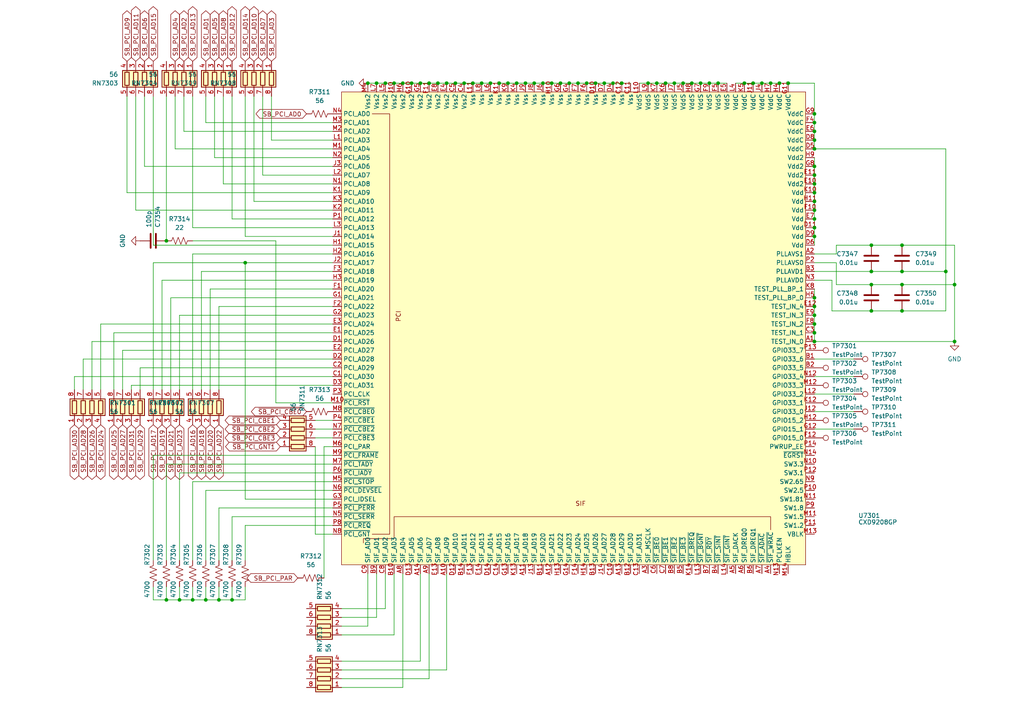
<source format=kicad_sch>
(kicad_sch (version 20231120) (generator "eeschema") (generator_version "8.0")
  (paper "A4")
  (lib_symbols
    (symbol "Connector:TestPoint" (pin_numbers hide) (pin_names (offset 0.762) hide)
      (property "Reference" "TP" (at 0 6.858 0))
      (property "Value" "TestPoint" (at 0 5.08 0))
      (symbol "TestPoint_0_1"
        (circle (center 0 3.302) (radius 0.762))
      )
      (symbol "TestPoint_1_1"
        (pin passive line (at 0 0 90) (length 2.54) (name "1") (number "1"))
      )
    )
    (symbol "Device:C" (pin_numbers hide) (pin_names (offset 0.254))
      (property "Reference" "C" (at 0.635 2.54 0))
      (property "Value" "C" (at 0.635 -2.54 0))
      (symbol "C_0_1"
        (polyline (pts (xy -2.032 -0.762) (xy 2.032 -0.762)) (stroke (width 0.508)))
        (polyline (pts (xy -2.032 0.762) (xy 2.032 0.762)) (stroke (width 0.508)))
      )
      (symbol "C_1_1"
        (pin passive line (at 0 3.81 270) (length 2.794) (name "~") (number "1"))
        (pin passive line (at 0 -3.81 90) (length 2.794) (name "~") (number "2"))
      )
    )
    (symbol "Device:R_Pack04" (pin_names (offset 0) hide)
      (property "Reference" "RN" (at -7.62 0 90))
      (property "Value" "R_Pack04" (at 5.08 0 90))
      (symbol "R_Pack04_0_1"
        (rectangle (start -6.35 -2.413) (end 3.81 2.413) (stroke (width 0.254)) (fill (type background)))
        (rectangle (start -5.715 1.905) (end -4.445 -1.905) (stroke (width 0.254)))
        (rectangle (start -3.175 1.905) (end -1.905 -1.905) (stroke (width 0.254)))
        (rectangle (start -0.635 1.905) (end 0.635 -1.905) (stroke (width 0.254)))
        (polyline (pts (xy -5.08 -2.54) (xy -5.08 -1.905)))
        (polyline (pts (xy -5.08 1.905) (xy -5.08 2.54)))
        (polyline (pts (xy -2.54 -2.54) (xy -2.54 -1.905)))
        (polyline (pts (xy -2.54 1.905) (xy -2.54 2.54)))
        (polyline (pts (xy 0 -2.54) (xy 0 -1.905)))
        (polyline (pts (xy 0 1.905) (xy 0 2.54)))
        (polyline (pts (xy 2.54 -2.54) (xy 2.54 -1.905)))
        (polyline (pts (xy 2.54 1.905) (xy 2.54 2.54)))
        (rectangle (start 1.905 1.905) (end 3.175 -1.905) (stroke (width 0.254)))
      )
      (symbol "R_Pack04_1_1"
        (pin passive line (at -5.08 -5.08 90) (length 2.54) (name "R1.1") (number "1"))
        (pin passive line (at -2.54 -5.08 90) (length 2.54) (name "R2.1") (number "2"))
        (pin passive line (at 0 -5.08 90) (length 2.54) (name "R3.1") (number "3"))
        (pin passive line (at 2.54 -5.08 90) (length 2.54) (name "R4.1") (number "4"))
        (pin passive line (at 2.54 5.08 270) (length 2.54) (name "R4.2") (number "5"))
        (pin passive line (at 0 5.08 270) (length 2.54) (name "R3.2") (number "6"))
        (pin passive line (at -2.54 5.08 270) (length 2.54) (name "R2.2") (number "7"))
        (pin passive line (at -5.08 5.08 270) (length 2.54) (name "R1.2") (number "8"))
      )
    )
    (symbol "Device:R_US" (pin_numbers hide) (pin_names (offset 0))
      (property "Reference" "R" (at 2.54 0 90))
      (property "Value" "R_US" (at -2.54 0 90))
      (symbol "R_US_0_1"
        (polyline (pts (xy 0 -2.286) (xy 0 -2.54)))
        (polyline (pts (xy 0 2.286) (xy 0 2.54)))
        (polyline (pts (xy 0 -0.762) (xy 1.016 -1.143) (xy 0 -1.524) (xy -1.016 -1.905) (xy 0 -2.286)))
        (polyline (pts (xy 0 0.762) (xy 1.016 0.381) (xy 0 0) (xy -1.016 -0.381) (xy 0 -0.762)))
        (polyline (pts (xy 0 2.286) (xy 1.016 1.905) (xy 0 1.524) (xy -1.016 1.143) (xy 0 0.762)))
      )
      (symbol "R_US_1_1"
        (pin passive line (at 0 3.81 270) (length 1.27) (name "~") (number "1"))
        (pin passive line (at 0 -3.81 90) (length 1.27) (name "~") (number "2"))
      )
    )
    (symbol "PS3:CXD9208"
      (property "Reference" "U" (at 0.254 -0.508 0))
      (symbol "CXD9208_0_1"
        (polyline (pts (xy -60.96 58.42) (xy -55.88 58.42) (xy -55.88 -63.5) (xy -60.96 -63.5)))
      )
      (symbol "CXD9208_1_1"
        (rectangle (start -69.85 64.77) (end 64.77 -72.39) (fill (type background)))
        (polyline (pts (xy -63.5 -66.04) (xy -63.5 -64.77) (xy -54.61 -64.77) (xy -54.61 -58.42) (xy 54.61 -58.42) (xy 54.61 -62.23)))
        (text "PCI" (at -53.34 -0.254 900) (effects (font (size 1.27 1.27))))
        (text "SIF" (at -0.508 -54.61 0) (effects (font (size 1.27 1.27))))
        (pin unspecified line (at 67.31 -7.62 180) (length 2.54) (name "TEST_IN_0") (number "A1"))
        (pin bidirectional line (at -39.37 -74.93 90) (length 2.54) (name "SIF_AD9") (number "A10"))
        (pin bidirectional line (at -16.51 -74.93 90) (length 2.54) (name "SIF_AD18") (number "A11"))
        (pin bidirectional line (at -8.89 -74.93 90) (length 2.54) (name "SIF_AD21") (number "A12"))
        (pin bidirectional line (at 11.43 -74.93 90) (length 2.54) (name "SIF_AD29") (number "A13"))
        (pin bidirectional line (at -46.99 -74.93 90) (length 2.54) (name "SIF_AD6") (number "A14"))
        (pin unspecified line (at 67.31 17.78 180) (length 2.54) (name "PLLAVS1") (number "A2"))
        (pin unspecified line (at 19.05 -74.93 90) (length 2.54) (name "SIF_MSCLK") (number "A3"))
        (pin unspecified line (at 54.61 -74.93 90) (length 2.54) (name "~{SIF_WRAC}") (number "A4"))
        (pin unspecified line (at 44.45 -74.93 90) (length 2.54) (name "SIF_DACK") (number "A5"))
        (pin unspecified line (at 46.99 -74.93 90) (length 2.54) (name "SIF_DREQ0") (number "A6"))
        (pin unspecified line (at 52.07 -74.93 90) (length 2.54) (name "~{SIF_ADAC}") (number "A7"))
        (pin bidirectional line (at -52.07 -74.93 90) (length 2.54) (name "SIF_AD4") (number "A8"))
        (pin bidirectional line (at -44.45 -74.93 90) (length 2.54) (name "SIF_AD7") (number "A9"))
        (pin unspecified line (at 67.31 -12.7 180) (length 2.54) (name "GPIO33_6") (number "B1"))
        (pin bidirectional line (at -54.61 -74.93 90) (length 2.54) (name "SIF_AD3") (number "B10"))
        (pin bidirectional line (at -11.43 -74.93 90) (length 2.54) (name "SIF_AD20") (number "B11"))
        (pin bidirectional line (at 13.97 -74.93 90) (length 2.54) (name "SIF_AD30") (number "B12"))
        (pin bidirectional line (at 3.81 -74.93 90) (length 2.54) (name "SIF_AD26") (number "B13"))
        (pin bidirectional line (at -34.29 -74.93 90) (length 2.54) (name "SIF_AD11") (number "B14"))
        (pin unspecified line (at 67.31 -15.24 180) (length 2.54) (name "GPIO33_5") (number "B2"))
        (pin unspecified line (at 67.31 12.7 180) (length 2.54) (name "PLLAVD1") (number "B3"))
        (pin unspecified line (at 39.37 -74.93 90) (length 2.54) (name "~{SIF_SINT}") (number "B4"))
        (pin unspecified line (at 29.21 -74.93 90) (length 2.54) (name "~{SIF_BE3}") (number "B5"))
        (pin unspecified line (at 49.53 -74.93 90) (length 2.54) (name "SIF_DREQ1") (number "B6"))
        (pin unspecified line (at 36.83 -74.93 90) (length 2.54) (name "~{SIF_RDY}") (number "B7"))
        (pin unspecified line (at 26.67 -74.93 90) (length 2.54) (name "~{SIF_BE2}") (number "B8"))
        (pin bidirectional line (at -59.69 -74.93 90) (length 2.54) (name "SIF_AD1") (number "B9"))
        (pin bidirectional line (at -72.39 -17.78 0) (length 2.54) (name "PCI_AD30") (number "C1"))
        (pin bidirectional line (at 8.89 -74.93 90) (length 2.54) (name "SIF_AD28") (number "C10"))
        (pin power_in line (at 13.97 67.31 270) (length 2.54) (name "Vss") (number "C11"))
        (pin power_in line (at 11.43 67.31 270) (length 2.54) (name "Vss") (number "C12"))
        (pin bidirectional line (at 16.51 -74.93 90) (length 2.54) (name "SIF_AD31") (number "C13"))
        (pin bidirectional line (at -24.13 -74.93 90) (length 2.54) (name "SIF_AD15") (number "C14"))
        (pin bidirectional line (at -72.39 -15.24 0) (length 2.54) (name "PCI_AD29") (number "C2"))
        (pin unspecified line (at 67.31 -5.08 180) (length 2.54) (name "TEST_IN_1") (number "C3"))
        (pin power_in line (at -34.29 67.31 270) (length 2.54) (name "Vss2") (number "C4"))
        (pin power_in line (at -36.83 67.31 270) (length 2.54) (name "Vss2") (number "C5"))
        (pin unspecified line (at 21.59 -74.93 90) (length 2.54) (name "~{SIF_BE0}") (number "C6"))
        (pin unspecified line (at 24.13 -74.93 90) (length 2.54) (name "~{SIF_BE1}") (number "C7"))
        (pin bidirectional line (at -57.15 -74.93 90) (length 2.54) (name "SIF_AD2") (number "C8"))
        (pin bidirectional line (at -62.23 -74.93 90) (length 2.54) (name "SIF_AD0") (number "C9"))
        (pin bidirectional line (at -72.39 -7.62 0) (length 2.54) (name "PCI_AD26") (number "D1"))
        (pin power_in line (at 3.81 67.31 270) (length 2.54) (name "Vss") (number "D10"))
        (pin power_in line (at 67.31 25.4 180) (length 2.54) (name "Vdd") (number "D11"))
        (pin bidirectional line (at -36.83 -74.93 90) (length 2.54) (name "SIF_AD10") (number "D12"))
        (pin bidirectional line (at -49.53 -74.93 90) (length 2.54) (name "SIF_AD5") (number "D13"))
        (pin bidirectional line (at -26.67 -74.93 90) (length 2.54) (name "SIF_AD14") (number "D14"))
        (pin bidirectional line (at -72.39 -12.7 0) (length 2.54) (name "PCI_AD28") (number "D2"))
        (pin bidirectional line (at -72.39 -20.32 0) (length 2.54) (name "PCI_AD31") (number "D3"))
        (pin power_in line (at 8.89 67.31 270) (length 2.54) (name "Vss") (number "D4"))
        (pin power_in line (at 67.31 48.26 180) (length 2.54) (name "VddC") (number "D5"))
        (pin power_in line (at 67.31 20.32 180) (length 2.54) (name "Vdd") (number "D6"))
        (pin power_in line (at 6.35 67.31 270) (length 2.54) (name "Vss") (number "D7"))
        (pin power_in line (at 67.31 50.8 180) (length 2.54) (name "VddC") (number "D8"))
        (pin power_in line (at 67.31 22.86 180) (length 2.54) (name "Vdd") (number "D9"))
        (pin bidirectional line (at -72.39 -5.08 0) (length 2.54) (name "PCI_AD25") (number "E1"))
        (pin power_in line (at 67.31 38.1 180) (length 2.54) (name "Vdd2") (number "E10"))
        (pin power_in line (at 67.31 40.64 180) (length 2.54) (name "Vdd2") (number "E11"))
        (pin unspecified line (at 67.31 2.54 180) (length 2.54) (name "TEST_IN_4") (number "E12"))
        (pin bidirectional line (at -41.91 -74.93 90) (length 2.54) (name "SIF_AD8") (number "E13"))
        (pin bidirectional line (at -29.21 -74.93 90) (length 2.54) (name "SIF_AD13") (number "E14"))
        (pin bidirectional line (at -72.39 -10.16 0) (length 2.54) (name "PCI_AD27") (number "E2"))
        (pin bidirectional line (at -72.39 -2.54 0) (length 2.54) (name "PCI_AD24") (number "E3"))
        (pin power_in line (at -39.37 67.31 270) (length 2.54) (name "Vss2") (number "E4"))
        (pin power_in line (at 41.91 67.31 270) (length 2.54) (name "VddS") (number "E5"))
        (pin power_in line (at 67.31 53.34 180) (length 2.54) (name "VddC") (number "E6"))
        (pin power_in line (at 67.31 27.94 180) (length 2.54) (name "Vdd") (number "E7"))
        (pin power_in line (at -41.91 67.31 270) (length 2.54) (name "Vss2") (number "E8"))
        (pin unspecified line (at 67.31 0 180) (length 2.54) (name "TEST_IN_3") (number "E9"))
        (pin bidirectional line (at -72.39 7.62 0) (length 2.54) (name "PCI_AD20") (number "F1"))
        (pin power_in line (at 67.31 30.48 180) (length 2.54) (name "Vdd") (number "F10"))
        (pin power_in line (at -44.45 67.31 270) (length 2.54) (name "Vss2") (number "F11"))
        (pin unspecified line (at 67.31 -35.56 180) (length 2.54) (name "GPIO15_0") (number "F12"))
        (pin bidirectional line (at -31.75 -74.93 90) (length 2.54) (name "SIF_AD12") (number "F13"))
        (pin bidirectional line (at -1.27 -74.93 90) (length 2.54) (name "SIF_AD24") (number "F14"))
        (pin bidirectional line (at -72.39 2.54 0) (length 2.54) (name "PCI_AD22") (number "F2"))
        (pin bidirectional line (at -72.39 12.7 0) (length 2.54) (name "PCI_AD18") (number "F3"))
        (pin power_in line (at 67.31 55.88 180) (length 2.54) (name "VddC") (number "F4"))
        (pin power_in line (at 39.37 67.31 270) (length 2.54) (name "VddS") (number "F5"))
        (pin power_in line (at 1.27 67.31 270) (length 2.54) (name "Vss") (number "F6"))
        (pin power_in line (at -1.27 67.31 270) (length 2.54) (name "Vss") (number "F7"))
        (pin unspecified line (at 67.31 -2.54 180) (length 2.54) (name "TEST_IN_2") (number "F8"))
        (pin power_in line (at 36.83 67.31 270) (length 2.54) (name "VddS") (number "F9"))
        (pin bidirectional line (at -72.39 5.08 0) (length 2.54) (name "PCI_AD21") (number "G1"))
        (pin power_in line (at -49.53 67.31 270) (length 2.54) (name "Vss2") (number "G10"))
        (pin power_in line (at 59.69 67.31 270) (length 2.54) (name "VddC") (number "G11"))
        (pin unspecified line (at 67.31 -33.02 180) (length 2.54) (name "GPIO15_1") (number "G12"))
        (pin bidirectional line (at -21.59 -74.93 90) (length 2.54) (name "SIF_AD16") (number "G13"))
        (pin bidirectional line (at -3.81 -74.93 90) (length 2.54) (name "SIF_AD23") (number "G14"))
        (pin bidirectional line (at -72.39 0 0) (length 2.54) (name "PCI_AD23") (number "G2"))
        (pin unspecified line (at -72.39 -53.34 0) (length 2.54) (name "PCI_IDSEL") (number "G3"))
        (pin power_in line (at -3.81 67.31 270) (length 2.54) (name "Vss") (number "G4"))
        (pin power_in line (at -46.99 67.31 270) (length 2.54) (name "Vss2") (number "G5"))
        (pin power_in line (at -6.35 67.31 270) (length 2.54) (name "Vss") (number "G6"))
        (pin power_in line (at 34.29 67.31 270) (length 2.54) (name "VddS") (number "G7"))
        (pin power_in line (at 67.31 43.18 180) (length 2.54) (name "Vdd2") (number "G8"))
        (pin power_in line (at 67.31 58.42 180) (length 2.54) (name "VddC") (number "G9"))
        (pin bidirectional line (at -72.39 20.32 0) (length 2.54) (name "PCI_AD15") (number "H1"))
        (pin power_in line (at -8.89 67.31 270) (length 2.54) (name "Vss") (number "H10"))
        (pin power_in line (at 67.31 33.02 180) (length 2.54) (name "Vdd") (number "H11"))
        (pin unspecified line (at 67.31 -30.48 180) (length 2.54) (name "GPIO15_2") (number "H12"))
        (pin bidirectional line (at -6.35 -74.93 90) (length 2.54) (name "SIF_AD22") (number "H13"))
        (pin bidirectional line (at 1.27 -74.93 90) (length 2.54) (name "SIF_AD25") (number "H14"))
        (pin bidirectional line (at -72.39 17.78 0) (length 2.54) (name "PCI_AD16") (number "H2"))
        (pin bidirectional line (at -72.39 10.16 0) (length 2.54) (name "PCI_AD19") (number "H3"))
        (pin power_in line (at 57.15 67.31 270) (length 2.54) (name "VddC") (number "H4"))
        (pin unspecified line (at 67.31 5.08 180) (length 2.54) (name "TEST_PLL_BP_0") (number "H5"))
        (pin power_in line (at -52.07 67.31 270) (length 2.54) (name "Vss2") (number "H6"))
        (pin power_in line (at 54.61 67.31 270) (length 2.54) (name "VddC") (number "H7"))
        (pin power_in line (at 31.75 67.31 270) (length 2.54) (name "VddS") (number "H8"))
        (pin power_in line (at 67.31 45.72 180) (length 2.54) (name "Vdd2") (number "H9"))
        (pin bidirectional line (at -72.39 22.86 0) (length 2.54) (name "PCI_AD14") (number "J1"))
        (pin power_in line (at -54.61 67.31 270) (length 2.54) (name "Vss2") (number "J10"))
        (pin power_in line (at 49.53 67.31 270) (length 2.54) (name "VddC") (number "J11"))
        (pin unspecified line (at 67.31 -27.94 180) (length 2.54) (name "GPIO33_0") (number "J12"))
        (pin bidirectional line (at -13.97 -74.93 90) (length 2.54) (name "SIF_AD19") (number "J13"))
        (pin bidirectional line (at 6.35 -74.93 90) (length 2.54) (name "SIF_AD27") (number "J14"))
        (pin bidirectional line (at -72.39 15.24 0) (length 2.54) (name "PCI_AD17") (number "J2"))
        (pin bidirectional line (at -72.39 43.18 0) (length 2.54) (name "PCI_AD6") (number "J3"))
        (pin power_in line (at 52.07 67.31 270) (length 2.54) (name "VddC") (number "J4"))
        (pin power_in line (at 29.21 67.31 270) (length 2.54) (name "VddS") (number "J5"))
        (pin power_in line (at -11.43 67.31 270) (length 2.54) (name "Vss") (number "J6"))
        (pin power_in line (at 26.67 67.31 270) (length 2.54) (name "VddS") (number "J7"))
        (pin power_in line (at -13.97 67.31 270) (length 2.54) (name "Vss") (number "J8"))
        (pin power_in line (at -16.51 67.31 270) (length 2.54) (name "Vss") (number "J9"))
        (pin bidirectional line (at -72.39 35.56 0) (length 2.54) (name "PCI_AD9") (number "K1"))
        (pin power_in line (at 67.31 35.56 180) (length 2.54) (name "Vdd") (number "K10"))
        (pin power_in line (at -24.13 67.31 270) (length 2.54) (name "Vss") (number "K11"))
        (pin unspecified line (at 67.31 -25.4 180) (length 2.54) (name "GPIO33_1") (number "K12"))
        (pin bidirectional line (at -19.05 -74.93 90) (length 2.54) (name "SIF_AD17") (number "K13"))
        (pin unspecified line (at 31.75 -74.93 90) (length 2.54) (name "~{SIF_BREQ}") (number "K14"))
        (pin bidirectional line (at -72.39 30.48 0) (length 2.54) (name "PCI_AD11") (number "K2"))
        (pin bidirectional line (at -72.39 33.02 0) (length 2.54) (name "PCI_AD10") (number "K3"))
        (pin power_in line (at -19.05 67.31 270) (length 2.54) (name "Vss") (number "K4"))
        (pin power_in line (at 46.99 67.31 270) (length 2.54) (name "VddC") (number "K5"))
        (pin power_in line (at 24.13 67.31 270) (length 2.54) (name "VddS") (number "K6"))
        (pin power_in line (at 21.59 67.31 270) (length 2.54) (name "VddS") (number "K7"))
        (pin unspecified line (at 67.31 7.62 180) (length 2.54) (name "TEST_PLL_BP_1") (number "K8"))
        (pin power_in line (at -21.59 67.31 270) (length 2.54) (name "Vss") (number "K9"))
        (pin bidirectional line (at -72.39 50.8 0) (length 2.54) (name "PCI_AD3") (number "L1"))
        (pin power_in line (at 16.51 67.31 270) (length 2.54) (name "VddS") (number "L10"))
        (pin power_in line (at -31.75 67.31 270) (length 2.54) (name "Vss") (number "L11"))
        (pin unspecified line (at 67.31 -22.86 180) (length 2.54) (name "GPIO33_2") (number "L12"))
        (pin unspecified line (at 34.29 -74.93 90) (length 2.54) (name "~{SIF_BGNT}") (number "L13"))
        (pin unspecified line (at 42.0007 -74.9244 90) (length 2.54) (name "~{SIF_GINT}") (number "L14"))
        (pin bidirectional line (at -72.39 40.64 0) (length 2.54) (name "PCI_AD7") (number "L2"))
        (pin bidirectional line (at -72.39 25.4 0) (length 2.54) (name "PCI_AD13") (number "L3"))
        (pin power_in line (at 44.45 67.31 270) (length 2.54) (name "VddC") (number "L4"))
        (pin power_in line (at -57.15 67.31 270) (length 2.54) (name "Vss2") (number "L5"))
        (pin power_in line (at -26.67 67.31 270) (length 2.54) (name "Vss") (number "L6"))
        (pin power_in line (at -59.69 67.31 270) (length 2.54) (name "Vss2") (number "L7"))
        (pin power_in line (at -29.21 67.31 270) (length 2.54) (name "Vss") (number "L8"))
        (pin power_in line (at 19.05 67.31 270) (length 2.54) (name "VddS") (number "L9"))
        (pin bidirectional line (at -72.39 48.26 0) (length 2.54) (name "PCI_AD4") (number "M1"))
        (pin unspecified line (at -72.39 -25.4 0) (length 2.54) (name "~{PCI_RST}") (number "M10"))
        (pin unspecified line (at 67.31 -58.42 180) (length 2.54) (name "SW1.5") (number "M11"))
        (pin unspecified line (at 67.31 -20.32 180) (length 2.54) (name "GPIO33_3") (number "M12"))
        (pin unspecified line (at 67.31 -63.5 180) (length 2.54) (name "VBLK") (number "M13"))
        (pin unspecified line (at 59.69 -74.93 90) (length 2.54) (name "HBLK") (number "M14"))
        (pin bidirectional line (at -72.39 53.34 0) (length 2.54) (name "PCI_AD2") (number "M2"))
        (pin bidirectional line (at -72.39 55.88 0) (length 2.54) (name "PCI_AD1") (number "M3"))
        (pin power_in line (at -62.23 67.31 270) (length 2.54) (name "Vss2") (number "M4"))
        (pin unspecified line (at -72.39 -48.26 0) (length 2.54) (name "~{PCI_STOP}") (number "M5"))
        (pin unspecified line (at -72.39 -38.1 0) (length 2.54) (name "PCI_PAR") (number "M6"))
        (pin unspecified line (at -72.39 -43.18 0) (length 2.54) (name "~{PCI_TADY}") (number "M7"))
        (pin unspecified line (at -72.39 -27.94 0) (length 2.54) (name "~{PCI_CBE0}") (number "M8"))
        (pin unspecified line (at -72.39 -40.64 0) (length 2.54) (name "~{PCI_FRAME}") (number "M9"))
        (pin bidirectional line (at -72.39 38.1 0) (length 2.54) (name "PCI_AD8") (number "N1"))
        (pin unspecified line (at 67.31 -43.18 180) (length 2.54) (name "SW3.3") (number "N10"))
        (pin unspecified line (at 67.31 -53.34 180) (length 2.54) (name "SW1.81") (number "N11"))
        (pin unspecified line (at 67.31 -17.78 180) (length 2.54) (name "GPIO33_4") (number "N12"))
        (pin unspecified line (at 57.15 -74.93 90) (length 2.54) (name "PCLKEN") (number "N13"))
        (pin unspecified line (at 67.31 -40.64 180) (length 2.54) (name "~{EGRST}") (number "N14"))
        (pin bidirectional line (at -72.39 45.72 0) (length 2.54) (name "PCI_AD5") (number "N2"))
        (pin unspecified line (at 67.31 10.16 180) (length 2.54) (name "PLLAVD0") (number "N3"))
        (pin bidirectional line (at -72.39 58.42 0) (length 2.54) (name "PCI_AD0") (number "N4"))
        (pin unspecified line (at -72.39 -58.42 0) (length 2.54) (name "~{PCI_SERR}") (number "N5"))
        (pin unspecified line (at -72.39 -50.8 0) (length 2.54) (name "~{PCI_DEVSEL}") (number "N6"))
        (pin unspecified line (at -72.39 -33.02 0) (length 2.54) (name "~{PCI_CBE2}") (number "N7"))
        (pin unspecified line (at -72.39 -63.5 0) (length 2.54) (name "~{PCI_GNT}") (number "N8"))
        (pin unspecified line (at 67.31 -48.26 180) (length 2.54) (name "SW2.65") (number "N9"))
        (pin bidirectional line (at -72.39 27.94 0) (length 2.54) (name "PCI_AD12") (number "P1"))
        (pin unspecified line (at 67.31 -50.8 180) (length 2.54) (name "SW2.5") (number "P10"))
        (pin unspecified line (at 67.31 -60.96 180) (length 2.54) (name "SW1.2") (number "P11"))
        (pin unspecified line (at 67.31 -45.72 180) (length 2.54) (name "SW3.1") (number "P12"))
        (pin unspecified line (at 67.31 -10.16 180) (length 2.54) (name "GPIO33_7") (number "P13"))
        (pin unspecified line (at 67.31 -38.1 180) (length 2.54) (name "PWRUP_EE") (number "P14"))
        (pin unspecified line (at 67.31 15.24 180) (length 2.54) (name "PLLAVS0") (number "P2"))
        (pin unspecified line (at -72.39 -22.86 0) (length 2.54) (name "PCI_CLK") (number "P3"))
        (pin unspecified line (at -72.39 -30.48 0) (length 2.54) (name "~{PCI_CBE1}") (number "P4"))
        (pin unspecified line (at -72.39 -55.88 0) (length 2.54) (name "~{PCI_PERR}") (number "P5"))
        (pin unspecified line (at -72.39 -45.72 0) (length 2.54) (name "~{PCI_IADY}") (number "P6"))
        (pin unspecified line (at -72.39 -35.56 0) (length 2.54) (name "~{PCI_CBE3}") (number "P7"))
        (pin unspecified line (at -72.39 -60.96 0) (length 2.54) (name "~{PCI_REQ}") (number "P8"))
        (pin unspecified line (at 67.31 -55.88 180) (length 2.54) (name "SW1.8") (number "P9"))
      )
    )
    (symbol "power:GND" (power) (pin_numbers hide) (pin_names (offset 0) hide)
      (property "Value" "GND" (at 0 -3.81 0))
      (symbol "GND_0_1"
        (polyline (pts (xy 0 0) (xy 0 -1.27) (xy 1.27 -1.27) (xy 0 -2.54) (xy -1.27 -1.27) (xy 0 -1.27)))
      )
      (symbol "GND_1_1"
        (pin power_in line (at 0 0 270) (length 0) (name "~") (number "1"))
      )
    )
  )
  (junction (at 276.86 82.55))
  (junction (at 236.22 33.02))
  (junction (at 203.2 24.13))
  (junction (at 127 24.13))
  (junction (at 236.22 43.18))
  (junction (at 142.24 24.13))
  (junction (at 220.98 24.13))
  (junction (at 236.22 40.64))
  (junction (at 119.38 24.13))
  (junction (at 139.7 24.13))
  (junction (at 228.6 24.13))
  (junction (at 109.22 24.13))
  (junction (at 236.22 68.58))
  (junction (at 52.07 173.99))
  (junction (at 236.22 35.56))
  (junction (at 170.18 24.13))
  (junction (at 274.32 78.74))
  (junction (at 252.73 78.74))
  (junction (at 236.22 86.36))
  (junction (at 134.62 24.13))
  (junction (at 172.72 24.13))
  (junction (at 198.12 24.13))
  (junction (at 252.73 82.55))
  (junction (at 236.22 63.5))
  (junction (at 48.26 173.99))
  (junction (at 71.12 76.2))
  (junction (at 261.62 71.12))
  (junction (at 147.32 24.13))
  (junction (at 261.62 78.74))
  (junction (at 236.22 48.26))
  (junction (at 236.22 66.04))
  (junction (at 261.62 90.17))
  (junction (at 154.94 24.13))
  (junction (at 157.48 24.13))
  (junction (at 106.68 24.13))
  (junction (at 261.62 82.55))
  (junction (at 144.78 24.13))
  (junction (at 187.96 24.13))
  (junction (at 226.06 24.13))
  (junction (at 276.86 99.06))
  (junction (at 55.88 173.99))
  (junction (at 236.22 88.9))
  (junction (at 111.76 24.13))
  (junction (at 236.22 58.42))
  (junction (at 59.69 173.99))
  (junction (at 129.54 24.13))
  (junction (at 152.4 24.13))
  (junction (at 236.22 91.44))
  (junction (at 162.56 24.13))
  (junction (at 193.04 24.13))
  (junction (at 121.92 24.13))
  (junction (at 236.22 93.98))
  (junction (at 205.74 24.13))
  (junction (at 215.9 24.13))
  (junction (at 252.73 90.17))
  (junction (at 67.31 173.99))
  (junction (at 177.8 24.13))
  (junction (at 114.3 24.13))
  (junction (at 137.16 24.13))
  (junction (at 132.08 24.13))
  (junction (at 236.22 38.1))
  (junction (at 149.86 24.13))
  (junction (at 208.28 24.13))
  (junction (at 200.66 24.13))
  (junction (at 175.26 24.13))
  (junction (at 236.22 96.52))
  (junction (at 48.26 69.85))
  (junction (at 165.1 24.13))
  (junction (at 180.34 24.13))
  (junction (at 223.52 24.13))
  (junction (at 116.84 24.13))
  (junction (at 236.22 50.8))
  (junction (at 236.22 53.34))
  (junction (at 236.22 99.06))
  (junction (at 190.5 24.13))
  (junction (at 236.22 55.88))
  (junction (at 124.46 24.13))
  (junction (at 167.64 24.13))
  (junction (at 252.73 71.12))
  (junction (at 160.02 24.13))
  (junction (at 218.44 24.13))
  (junction (at 63.5 173.99))
  (junction (at 236.22 60.96))
  (junction (at 195.58 24.13))
  (wire (pts (xy 236.22 50.8) (xy 236.22 53.34)))
  (wire (pts (xy 241.3 90.17) (xy 252.73 90.17)))
  (wire (pts (xy 111.76 176.53) (xy 99.06 176.53)))
  (wire (pts (xy 21.59 109.22) (xy 96.52 109.22)))
  (wire (pts (xy 96.52 144.78) (xy 71.12 144.78)))
  (wire (pts (xy 36.83 27.94) (xy 36.83 55.88)))
  (wire (pts (xy 242.57 76.2) (xy 236.22 76.2)))
  (wire (pts (xy 80.01 116.84) (xy 80.01 69.85)))
  (wire (pts (xy 190.5 24.13) (xy 193.04 24.13)))
  (wire (pts (xy 236.22 55.88) (xy 236.22 58.42)))
  (wire (pts (xy 236.22 58.42) (xy 236.22 60.96)))
  (wire (pts (xy 46.99 81.28) (xy 46.99 113.03)))
  (wire (pts (xy 73.66 58.42) (xy 96.52 58.42)))
  (wire (pts (xy 236.22 78.74) (xy 252.73 78.74)))
  (wire (pts (xy 236.22 114.3) (xy 247.65 114.3)))
  (wire (pts (xy 236.22 63.5) (xy 236.22 66.04)))
  (wire (pts (xy 53.34 38.1) (xy 53.34 27.94)))
  (wire (pts (xy 121.92 24.13) (xy 124.46 24.13)))
  (wire (pts (xy 215.9 24.13) (xy 218.44 24.13)))
  (wire (pts (xy 116.84 199.39) (xy 99.06 199.39)))
  (wire (pts (xy 96.52 104.14) (xy 24.13 104.14)))
  (wire (pts (xy 213.36 24.13) (xy 215.9 24.13)))
  (wire (pts (xy 236.22 96.52) (xy 236.22 99.06)))
  (wire (pts (xy 236.22 91.44) (xy 236.22 93.98)))
  (wire (pts (xy 162.56 24.13) (xy 165.1 24.13)))
  (wire (pts (xy 59.69 35.56) (xy 59.69 27.94)))
  (wire (pts (xy 93.98 129.54) (xy 96.52 129.54)))
  (wire (pts (xy 58.42 113.03) (xy 58.42 78.74)))
  (wire (pts (xy 129.54 194.31) (xy 99.06 194.31)))
  (wire (pts (xy 144.78 24.13) (xy 147.32 24.13)))
  (wire (pts (xy 26.67 99.06) (xy 26.67 113.03)))
  (wire (pts (xy 236.22 66.04) (xy 236.22 68.58)))
  (wire (pts (xy 114.3 24.13) (xy 116.84 24.13)))
  (wire (pts (xy 274.32 43.18) (xy 274.32 78.74)))
  (wire (pts (xy 236.22 43.18) (xy 236.22 40.64)))
  (wire (pts (xy 167.64 24.13) (xy 170.18 24.13)))
  (wire (pts (xy 96.52 91.44) (xy 52.07 91.44)))
  (wire (pts (xy 205.74 24.13) (xy 208.28 24.13)))
  (wire (pts (xy 236.22 38.1) (xy 236.22 35.56)))
  (wire (pts (xy 236.22 93.98) (xy 236.22 96.52)))
  (wire (pts (xy 91.44 124.46) (xy 96.52 124.46)))
  (wire (pts (xy 91.44 121.92) (xy 96.52 121.92)))
  (wire (pts (xy 67.31 173.99) (xy 71.12 173.99)))
  (wire (pts (xy 111.76 166.37) (xy 111.76 176.53)))
  (wire (pts (xy 109.22 179.07) (xy 109.22 166.37)))
  (wire (pts (xy 236.22 35.56) (xy 236.22 33.02)))
  (wire (pts (xy 252.73 78.74) (xy 261.62 78.74)))
  (wire (pts (xy 96.52 86.36) (xy 49.53 86.36)))
  (wire (pts (xy 139.7 24.13) (xy 142.24 24.13)))
  (wire (pts (xy 67.31 27.94) (xy 67.31 63.5)))
  (wire (pts (xy 60.96 83.82) (xy 96.52 83.82)))
  (wire (pts (xy 142.24 24.13) (xy 144.78 24.13)))
  (wire (pts (xy 63.5 147.32) (xy 96.52 147.32)))
  (wire (pts (xy 180.34 24.13) (xy 182.88 24.13)))
  (wire (pts (xy 99.06 179.07) (xy 109.22 179.07)))
  (wire (pts (xy 96.52 93.98) (xy 29.21 93.98)))
  (wire (pts (xy 63.5 170.18) (xy 63.5 173.99)))
  (wire (pts (xy 59.69 173.99) (xy 59.69 170.18)))
  (wire (pts (xy 236.22 99.06) (xy 276.86 99.06)))
  (wire (pts (xy 96.52 43.18) (xy 50.8 43.18)))
  (wire (pts (xy 49.53 86.36) (xy 49.53 113.03)))
  (wire (pts (xy 93.98 129.54) (xy 93.98 167.64)))
  (wire (pts (xy 116.84 166.37) (xy 116.84 199.39)))
  (wire (pts (xy 78.74 27.94) (xy 78.74 40.64)))
  (wire (pts (xy 62.23 45.72) (xy 96.52 45.72)))
  (wire (pts (xy 35.56 101.6) (xy 96.52 101.6)))
  (wire (pts (xy 91.44 154.94) (xy 96.52 154.94)))
  (wire (pts (xy 236.22 109.22) (xy 247.65 109.22)))
  (wire (pts (xy 274.32 78.74) (xy 274.32 90.17)))
  (wire (pts (xy 24.13 104.14) (xy 24.13 113.03)))
  (wire (pts (xy 236.22 104.14) (xy 247.65 104.14)))
  (wire (pts (xy 242.57 71.12) (xy 242.57 73.66)))
  (wire (pts (xy 106.68 166.37) (xy 106.68 181.61)))
  (wire (pts (xy 261.62 71.12) (xy 252.73 71.12)))
  (wire (pts (xy 40.64 106.68) (xy 96.52 106.68)))
  (wire (pts (xy 124.46 196.85) (xy 99.06 196.85)))
  (wire (pts (xy 203.2 24.13) (xy 205.74 24.13)))
  (wire (pts (xy 236.22 45.72) (xy 236.22 48.26)))
  (wire (pts (xy 149.86 24.13) (xy 152.4 24.13)))
  (wire (pts (xy 48.26 134.62) (xy 48.26 162.56)))
  (wire (pts (xy 29.21 93.98) (xy 29.21 113.03)))
  (wire (pts (xy 44.45 162.56) (xy 44.45 132.08)))
  (wire (pts (xy 96.52 53.34) (xy 64.77 53.34)))
  (wire (pts (xy 76.2 50.8) (xy 96.52 50.8)))
  (wire (pts (xy 236.22 43.18) (xy 274.32 43.18)))
  (wire (pts (xy 261.62 82.55) (xy 252.73 82.55)))
  (wire (pts (xy 71.12 152.4) (xy 71.12 162.56)))
  (wire (pts (xy 44.45 170.18) (xy 44.45 173.99)))
  (wire (pts (xy 96.52 38.1) (xy 53.34 38.1)))
  (wire (pts (xy 106.68 181.61) (xy 99.06 181.61)))
  (wire (pts (xy 175.26 24.13) (xy 177.8 24.13)))
  (wire (pts (xy 106.68 24.13) (xy 109.22 24.13)))
  (wire (pts (xy 218.44 24.13) (xy 220.98 24.13)))
  (wire (pts (xy 52.07 91.44) (xy 52.07 113.03)))
  (wire (pts (xy 160.02 24.13) (xy 162.56 24.13)))
  (wire (pts (xy 36.83 55.88) (xy 96.52 55.88)))
  (wire (pts (xy 55.88 66.04) (xy 96.52 66.04)))
  (wire (pts (xy 55.88 139.7) (xy 55.88 162.56)))
  (wire (pts (xy 177.8 24.13) (xy 180.34 24.13)))
  (wire (pts (xy 236.22 83.82) (xy 236.22 86.36)))
  (wire (pts (xy 242.57 73.66) (xy 236.22 73.66)))
  (wire (pts (xy 124.46 24.13) (xy 127 24.13)))
  (wire (pts (xy 52.07 173.99) (xy 52.07 170.18)))
  (wire (pts (xy 52.07 137.16) (xy 52.07 162.56)))
  (wire (pts (xy 96.52 60.96) (xy 39.37 60.96)))
  (wire (pts (xy 147.32 24.13) (xy 149.86 24.13)))
  (wire (pts (xy 96.52 40.64) (xy 78.74 40.64)))
  (wire (pts (xy 55.88 113.03) (xy 55.88 73.66)))
  (wire (pts (xy 33.02 96.52) (xy 33.02 113.03)))
  (wire (pts (xy 134.62 24.13) (xy 137.16 24.13)))
  (wire (pts (xy 48.26 173.99) (xy 52.07 173.99)))
  (wire (pts (xy 59.69 35.56) (xy 96.52 35.56)))
  (wire (pts (xy 236.22 88.9) (xy 236.22 91.44)))
  (wire (pts (xy 154.94 24.13) (xy 157.48 24.13)))
  (wire (pts (xy 99.06 184.15) (xy 114.3 184.15)))
  (wire (pts (xy 236.22 86.36) (xy 236.22 88.9)))
  (wire (pts (xy 55.88 27.94) (xy 55.88 66.04)))
  (wire (pts (xy 80.01 69.85) (xy 55.88 69.85)))
  (wire (pts (xy 236.22 60.96) (xy 236.22 63.5)))
  (wire (pts (xy 41.91 27.94) (xy 41.91 48.26)))
  (wire (pts (xy 33.02 96.52) (xy 96.52 96.52)))
  (wire (pts (xy 274.32 90.17) (xy 261.62 90.17)))
  (wire (pts (xy 208.28 24.13) (xy 210.82 24.13)))
  (wire (pts (xy 55.88 73.66) (xy 96.52 73.66)))
  (wire (pts (xy 236.22 119.38) (xy 247.65 119.38)))
  (wire (pts (xy 96.52 68.58) (xy 71.12 68.58)))
  (wire (pts (xy 62.23 27.94) (xy 62.23 45.72)))
  (wire (pts (xy 91.44 129.54) (xy 91.44 154.94)))
  (wire (pts (xy 276.86 71.12) (xy 261.62 71.12)))
  (wire (pts (xy 236.22 68.58) (xy 236.22 71.12)))
  (wire (pts (xy 26.67 99.06) (xy 96.52 99.06)))
  (wire (pts (xy 236.22 53.34) (xy 236.22 55.88)))
  (wire (pts (xy 119.38 24.13) (xy 121.92 24.13)))
  (wire (pts (xy 64.77 53.34) (xy 64.77 27.94)))
  (wire (pts (xy 252.73 90.17) (xy 261.62 90.17)))
  (wire (pts (xy 276.86 99.06) (xy 276.86 82.55)))
  (wire (pts (xy 44.45 113.03) (xy 44.45 76.2)))
  (wire (pts (xy 236.22 81.28) (xy 241.3 81.28)))
  (wire (pts (xy 252.73 82.55) (xy 242.57 82.55)))
  (wire (pts (xy 71.12 144.78) (xy 71.12 76.2)))
  (wire (pts (xy 63.5 147.32) (xy 63.5 162.56)))
  (wire (pts (xy 59.69 142.24) (xy 59.69 162.56)))
  (wire (pts (xy 91.44 127) (xy 96.52 127)))
  (wire (pts (xy 52.07 173.99) (xy 55.88 173.99)))
  (wire (pts (xy 67.31 162.56) (xy 67.31 149.86)))
  (wire (pts (xy 236.22 24.13) (xy 228.6 24.13)))
  (wire (pts (xy 60.96 113.03) (xy 60.96 83.82)))
  (wire (pts (xy 63.5 88.9) (xy 96.52 88.9)))
  (wire (pts (xy 241.3 81.28) (xy 241.3 90.17)))
  (wire (pts (xy 96.52 81.28) (xy 46.99 81.28)))
  (wire (pts (xy 41.91 48.26) (xy 96.52 48.26)))
  (wire (pts (xy 55.88 173.99) (xy 59.69 173.99)))
  (wire (pts (xy 39.37 60.96) (xy 39.37 27.94)))
  (wire (pts (xy 276.86 82.55) (xy 276.86 71.12)))
  (wire (pts (xy 40.64 106.68) (xy 40.64 113.03)))
  (wire (pts (xy 152.4 24.13) (xy 154.94 24.13)))
  (wire (pts (xy 96.52 152.4) (xy 71.12 152.4)))
  (wire (pts (xy 195.58 24.13) (xy 198.12 24.13)))
  (wire (pts (xy 223.52 24.13) (xy 226.06 24.13)))
  (wire (pts (xy 129.54 24.13) (xy 132.08 24.13)))
  (wire (pts (xy 55.88 173.99) (xy 55.88 170.18)))
  (wire (pts (xy 73.66 27.94) (xy 73.66 58.42)))
  (wire (pts (xy 96.52 134.62) (xy 48.26 134.62)))
  (wire (pts (xy 137.16 24.13) (xy 139.7 24.13)))
  (wire (pts (xy 200.66 24.13) (xy 203.2 24.13)))
  (wire (pts (xy 21.59 109.22) (xy 21.59 113.03)))
  (wire (pts (xy 109.22 24.13) (xy 111.76 24.13)))
  (wire (pts (xy 252.73 71.12) (xy 242.57 71.12)))
  (wire (pts (xy 127 24.13) (xy 129.54 24.13)))
  (wire (pts (xy 236.22 33.02) (xy 236.22 24.13)))
  (wire (pts (xy 50.8 43.18) (xy 50.8 27.94)))
  (wire (pts (xy 242.57 82.55) (xy 242.57 76.2)))
  (wire (pts (xy 261.62 78.74) (xy 274.32 78.74)))
  (wire (pts (xy 96.52 137.16) (xy 52.07 137.16)))
  (wire (pts (xy 226.06 24.13) (xy 228.6 24.13)))
  (wire (pts (xy 116.84 24.13) (xy 119.38 24.13)))
  (wire (pts (xy 44.45 173.99) (xy 48.26 173.99)))
  (wire (pts (xy 44.45 132.08) (xy 96.52 132.08)))
  (wire (pts (xy 76.2 27.94) (xy 76.2 50.8)))
  (wire (pts (xy 111.76 24.13) (xy 114.3 24.13)))
  (wire (pts (xy 35.56 101.6) (xy 35.56 113.03)))
  (wire (pts (xy 71.12 76.2) (xy 96.52 76.2)))
  (wire (pts (xy 132.08 24.13) (xy 134.62 24.13)))
  (wire (pts (xy 170.18 24.13) (xy 172.72 24.13)))
  (wire (pts (xy 38.1 111.76) (xy 96.52 111.76)))
  (wire (pts (xy 71.12 173.99) (xy 71.12 170.18)))
  (wire (pts (xy 236.22 48.26) (xy 236.22 50.8)))
  (wire (pts (xy 38.1 111.76) (xy 38.1 113.03)))
  (wire (pts (xy 198.12 24.13) (xy 200.66 24.13)))
  (wire (pts (xy 261.62 82.55) (xy 276.86 82.55)))
  (wire (pts (xy 193.04 24.13) (xy 195.58 24.13)))
  (wire (pts (xy 220.98 24.13) (xy 223.52 24.13)))
  (wire (pts (xy 121.92 191.77) (xy 121.92 166.37)))
  (wire (pts (xy 96.52 116.84) (xy 80.01 116.84)))
  (wire (pts (xy 44.45 76.2) (xy 71.12 76.2)))
  (wire (pts (xy 157.48 24.13) (xy 160.02 24.13)))
  (wire (pts (xy 96.52 71.12) (xy 44.45 71.12)))
  (wire (pts (xy 67.31 63.5) (xy 96.52 63.5)))
  (wire (pts (xy 55.88 139.7) (xy 96.52 139.7)))
  (wire (pts (xy 71.12 68.58) (xy 71.12 27.94)))
  (wire (pts (xy 67.31 149.86) (xy 96.52 149.86)))
  (wire (pts (xy 67.31 173.99) (xy 67.31 170.18)))
  (wire (pts (xy 187.96 24.13) (xy 190.5 24.13)))
  (wire (pts (xy 63.5 173.99) (xy 67.31 173.99)))
  (wire (pts (xy 165.1 24.13) (xy 167.64 24.13)))
  (wire (pts (xy 59.69 173.99) (xy 63.5 173.99)))
  (wire (pts (xy 236.22 40.64) (xy 236.22 38.1)))
  (wire (pts (xy 63.5 113.03) (xy 63.5 88.9)))
  (wire (pts (xy 59.69 142.24) (xy 96.52 142.24)))
  (wire (pts (xy 172.72 24.13) (xy 175.26 24.13)))
  (wire (pts (xy 44.45 71.12) (xy 44.45 27.94)))
  (wire (pts (xy 114.3 184.15) (xy 114.3 166.37)))
  (wire (pts (xy 129.54 166.37) (xy 129.54 194.31)))
  (wire (pts (xy 48.26 173.99) (xy 48.26 170.18)))
  (wire (pts (xy 236.22 124.46) (xy 247.65 124.46)))
  (wire (pts (xy 48.26 27.94) (xy 48.26 69.85)))
  (wire (pts (xy 58.42 78.74) (xy 96.52 78.74)))
  (wire (pts (xy 124.46 166.37) (xy 124.46 196.85)))
  (wire (pts (xy 99.06 191.77) (xy 121.92 191.77)))
  (wire (pts (xy 185.42 24.13) (xy 187.96 24.13)))
  (global_label "SB_PCI_AD16" (shape bidirectional) (at 55.88 123.19 270) (property "Intersheetrefs" "${INTERSHEET_REFS}" (effects (hide yes))))
  (global_label "SB_PCI_AD2" (shape bidirectional) (at 53.34 17.78 90) (property "Intersheetrefs" "${INTERSHEET_REFS}" (effects (hide yes))))
  (global_label "SB_PCI_PAR" (shape bidirectional) (at 86.36 167.64 180) (property "Intersheetrefs" "${INTERSHEET_REFS}" (effects (hide yes))))
  (global_label "SB_PCI_AD14" (shape bidirectional) (at 71.12 17.78 90) (property "Intersheetrefs" "${INTERSHEET_REFS}" (effects (hide yes))))
  (global_label "SB_PCI_AD27" (shape bidirectional) (at 35.56 123.19 270) (property "Intersheetrefs" "${INTERSHEET_REFS}" (effects (hide yes))))
  (global_label "SB_PCI_AD6" (shape bidirectional) (at 41.91 17.78 90) (property "Intersheetrefs" "${INTERSHEET_REFS}" (effects (hide yes))))
  (global_label "~{SB_PCI_CBE2}" (shape bidirectional) (at 81.28 124.46 180) (property "Intersheetrefs" "${INTERSHEET_REFS}" (effects (hide yes))))
  (global_label "SB_PCI_AD4" (shape bidirectional) (at 50.8 17.78 90) (property "Intersheetrefs" "${INTERSHEET_REFS}" (effects (hide yes))))
  (global_label "SB_PCI_AD11" (shape bidirectional) (at 39.37 17.78 90) (property "Intersheetrefs" "${INTERSHEET_REFS}" (effects (hide yes))))
  (global_label "SB_PCI_AD18" (shape bidirectional) (at 58.42 123.19 270) (property "Intersheetrefs" "${INTERSHEET_REFS}" (effects (hide yes))))
  (global_label "~{SB_PCI_CBE3}" (shape bidirectional) (at 81.28 127 180) (property "Intersheetrefs" "${INTERSHEET_REFS}" (effects (hide yes))))
  (global_label "SB_PCI_AD24" (shape bidirectional) (at 29.21 123.19 270) (property "Intersheetrefs" "${INTERSHEET_REFS}" (effects (hide yes))))
  (global_label "SB_PCI_AD17" (shape bidirectional) (at 44.45 123.19 270) (property "Intersheetrefs" "${INTERSHEET_REFS}" (effects (hide yes))))
  (global_label "SB_PCI_AD23" (shape bidirectional) (at 52.07 123.19 270) (property "Intersheetrefs" "${INTERSHEET_REFS}" (effects (hide yes))))
  (global_label "SB_PCI_AD28" (shape bidirectional) (at 24.13 123.19 270) (property "Intersheetrefs" "${INTERSHEET_REFS}" (effects (hide yes))))
  (global_label "SB_PCI_AD3" (shape bidirectional) (at 78.74 17.78 90) (property "Intersheetrefs" "${INTERSHEET_REFS}" (effects (hide yes))))
  (global_label "SB_PCI_AD15" (shape bidirectional) (at 44.45 17.78 90) (property "Intersheetrefs" "${INTERSHEET_REFS}" (effects (hide yes))))
  (global_label "SB_PCI_AD1" (shape bidirectional) (at 59.69 17.78 90) (property "Intersheetrefs" "${INTERSHEET_REFS}" (effects (hide yes))))
  (global_label "~{SB_PCI_CBE1}" (shape bidirectional) (at 81.28 121.92 180) (property "Intersheetrefs" "${INTERSHEET_REFS}" (effects (hide yes))))
  (global_label "SB_PCI_AD5" (shape bidirectional) (at 62.23 17.78 90) (property "Intersheetrefs" "${INTERSHEET_REFS}" (effects (hide yes))))
  (global_label "SB_PCI_AD10" (shape bidirectional) (at 73.66 17.78 90) (property "Intersheetrefs" "${INTERSHEET_REFS}" (effects (hide yes))))
  (global_label "SB_PCI_AD0" (shape bidirectional) (at 88.9 33.02 180) (property "Intersheetrefs" "${INTERSHEET_REFS}" (effects (hide yes))))
  (global_label "SB_PCI_AD13" (shape bidirectional) (at 55.88 17.78 90) (property "Intersheetrefs" "${INTERSHEET_REFS}" (effects (hide yes))))
  (global_label "~{SB_PCI_GNT1}" (shape bidirectional) (at 81.28 129.54 180) (property "Intersheetrefs" "${INTERSHEET_REFS}" (effects (hide yes))))
  (global_label "SB_PCI_AD8" (shape bidirectional) (at 64.77 17.78 90) (property "Intersheetrefs" "${INTERSHEET_REFS}" (effects (hide yes))))
  (global_label "SB_PCI_AD7" (shape bidirectional) (at 76.2 17.78 90) (property "Intersheetrefs" "${INTERSHEET_REFS}" (effects (hide yes))))
  (global_label "SB_PCI_AD9" (shape bidirectional) (at 36.83 17.78 90) (property "Intersheetrefs" "${INTERSHEET_REFS}" (effects (hide yes))))
  (global_label "SB_PCI_AD29" (shape bidirectional) (at 40.64 123.19 270) (property "Intersheetrefs" "${INTERSHEET_REFS}" (effects (hide yes))))
  (global_label "SB_PCI_AD31" (shape bidirectional) (at 38.1 123.19 270) (property "Intersheetrefs" "${INTERSHEET_REFS}" (effects (hide yes))))
  (global_label "SB_PCI_AD12" (shape bidirectional) (at 67.31 17.78 90) (property "Intersheetrefs" "${INTERSHEET_REFS}" (effects (hide yes))))
  (global_label "SB_PCI_AD21" (shape bidirectional) (at 49.53 123.19 270) (property "Intersheetrefs" "${INTERSHEET_REFS}" (effects (hide yes))))
  (global_label "SB_PCI_AD26" (shape bidirectional) (at 26.67 123.19 270) (property "Intersheetrefs" "${INTERSHEET_REFS}" (effects (hide yes))))
  (global_label "SB_PCI_AD22" (shape bidirectional) (at 63.5 123.19 270) (property "Intersheetrefs" "${INTERSHEET_REFS}" (effects (hide yes))))
  (global_label "~{SB_PCI_CBE0}" (shape bidirectional) (at 88.9 119.38 180) (property "Intersheetrefs" "${INTERSHEET_REFS}" (effects (hide yes))))
  (global_label "SB_PCI_AD20" (shape bidirectional) (at 60.96 123.19 270) (property "Intersheetrefs" "${INTERSHEET_REFS}" (effects (hide yes))))
  (global_label "SB_PCI_AD19" (shape bidirectional) (at 46.99 123.19 270) (property "Intersheetrefs" "${INTERSHEET_REFS}" (effects (hide yes))))
  (global_label "SB_PCI_AD30" (shape bidirectional) (at 21.59 123.19 270) (property "Intersheetrefs" "${INTERSHEET_REFS}" (effects (hide yes))))
  (global_label "SB_PCI_AD25" (shape bidirectional) (at 33.02 123.19 270) (property "Intersheetrefs" "${INTERSHEET_REFS}" (effects (hide yes))))
  (symbol (lib_id "Connector:TestPoint") (at 247.65 104.14 270) (unit 1)
    (property "Reference" "TP7307" (at 252.73 102.8699 90) (effects (justify left)))
    (property "Value" "TestPoint" (at 252.73 105.4099 90) (effects (justify left)))
    (property "Footprint" "TestPoint:TestPoint_Pad_1.0x1.0mm" (effects (hide yes)))
    (property "Description" "test point" (effects (hide yes)))
  )
  (symbol (lib_id "Device:R_US") (at 55.88 166.37 0) (mirror x) (unit 1)
    (property "Reference" "R7305" (at 54.102 157.734 90) (effects (justify left)))
    (property "Value" "4700" (at 54.102 168.402 90) (effects (justify left)))
    (property "Footprint" "Resistor_SMD:R_0402_1005Metric" (effects (hide yes)))
    (property "Description" "Resistor, US symbol" (effects (hide yes)))
  )
  (symbol (lib_id "Connector:TestPoint") (at 236.22 101.6 270) (unit 1)
    (property "Reference" "TP7301" (at 241.3 100.3299 90) (effects (justify left)))
    (property "Value" "TestPoint" (at 241.3 102.8699 90) (effects (justify left)))
    (property "Footprint" "TestPoint:TestPoint_Pad_1.0x1.0mm" (effects (hide yes)))
    (property "Description" "test point" (effects (hide yes)))
  )
  (symbol (lib_id "Device:R_Pack04") (at 26.67 118.11 0) (unit 1)
    (property "Reference" "RN7301" (at 31.75 116.8399 0) (effects (justify left)))
    (property "Value" "56" (at 31.75 119.3799 0) (effects (justify left)))
    (property "Footprint" "Resistor_SMD:R_Array_Convex_4x0402" (effects (hide yes)))
    (property "Description" "4 resistor network, parallel topology" (effects (hide yes)))
  )
  (symbol (lib_id "Device:R_US") (at 52.07 166.37 0) (mirror x) (unit 1)
    (property "Reference" "R7304" (at 50.292 157.734 90) (effects (justify left)))
    (property "Value" "4700" (at 50.292 168.402 90) (effects (justify left)))
    (property "Footprint" "Resistor_SMD:R_0402_1005Metric" (effects (hide yes)))
    (property "Description" "Resistor, US symbol" (effects (hide yes)))
  )
  (symbol (lib_id "Device:C") (at 261.62 86.36 0) (unit 1)
    (property "Reference" "C7350" (at 265.43 85.0899 0) (effects (justify left)))
    (property "Value" "0.01u" (at 265.43 87.6299 0) (effects (justify left)))
    (property "Footprint" "Capacitor_SMD:C_0402_1005Metric" (effects (hide yes)))
    (property "Description" "Unpolarized capacitor" (effects (hide yes)))
  )
  (symbol (lib_id "Device:R_Pack04") (at 93.98 194.31 90) (unit 1)
    (property "Reference" "RN7313" (at 92.7099 189.23 0) (effects (justify left)))
    (property "Value" "56" (at 95.2499 189.23 0) (effects (justify left)))
    (property "Footprint" "Resistor_SMD:R_Array_Convex_4x0402" (effects (hide yes)))
    (property "Description" "4 resistor network, parallel topology" (effects (hide yes)))
  )
  (symbol (lib_id "Device:C") (at 252.73 86.36 0) (mirror y) (unit 1)
    (property "Reference" "C7348" (at 248.92 85.0899 0) (effects (justify left)))
    (property "Value" "0.01u" (at 248.92 87.6299 0) (effects (justify left)))
    (property "Footprint" "Capacitor_SMD:C_0402_1005Metric" (effects (hide yes)))
    (property "Description" "Unpolarized capacitor" (effects (hide yes)))
  )
  (symbol (lib_id "Device:R_Pack04") (at 86.36 124.46 270) (mirror x) (unit 1)
    (property "Reference" "RN7311" (at 87.6301 119.38 0) (effects (justify left)))
    (property "Value" "56" (at 85.0901 119.38 0) (effects (justify left)))
    (property "Footprint" "Resistor_SMD:R_Array_Convex_4x0402" (effects (hide yes)))
    (property "Description" "4 resistor network, parallel topology" (effects (hide yes)))
  )
  (symbol (lib_id "Connector:TestPoint") (at 236.22 127 270) (unit 1)
    (property "Reference" "TP7306" (at 241.3 125.7299 90) (effects (justify left)))
    (property "Value" "TestPoint" (at 241.3 128.2699 90) (effects (justify left)))
    (property "Footprint" "TestPoint:TestPoint_Pad_1.0x1.0mm" (effects (hide yes)))
    (property "Description" "test point" (effects (hide yes)))
  )
  (symbol (lib_id "Device:R_Pack04") (at 62.23 22.86 180) (unit 1)
    (property "Reference" "RN7309" (at 57.15 24.1301 0) (effects (justify left)))
    (property "Value" "56" (at 57.15 21.5901 0) (effects (justify left)))
    (property "Footprint" "Resistor_SMD:R_Array_Convex_4x0402" (effects (hide yes)))
    (property "Description" "4 resistor network, parallel topology" (effects (hide yes)))
  )
  (symbol (lib_id "Connector:TestPoint") (at 247.65 114.3 270) (unit 1)
    (property "Reference" "TP7309" (at 252.73 113.0299 90) (effects (justify left)))
    (property "Value" "TestPoint" (at 252.73 115.5699 90) (effects (justify left)))
    (property "Footprint" "TestPoint:TestPoint_Pad_1.0x1.0mm" (effects (hide yes)))
    (property "Description" "test point" (effects (hide yes)))
  )
  (symbol (lib_id "Device:R_US") (at 92.71 33.02 90) (unit 1)
    (property "Reference" "R7311" (at 92.71 26.67 90))
    (property "Value" "56" (at 92.71 29.21 90))
    (property "Footprint" "Resistor_SMD:R_0402_1005Metric" (effects (hide yes)))
    (property "Description" "Resistor, US symbol" (effects (hide yes)))
  )
  (symbol (lib_id "Device:C") (at 44.45 69.85 270) (unit 1)
    (property "Reference" "C7354" (at 45.7201 66.04 0) (effects (justify right)))
    (property "Value" "100p" (at 43.1801 66.04 0) (effects (justify right)))
    (property "Footprint" "Capacitor_SMD:C_0402_1005Metric" (effects (hide yes)))
    (property "Description" "Unpolarized capacitor" (effects (hide yes)))
  )
  (symbol (lib_id "Device:R_US") (at 52.07 69.85 90) (unit 1)
    (property "Reference" "R7314" (at 52.07 63.5 90))
    (property "Value" "22" (at 52.07 66.04 90))
    (property "Footprint" "Resistor_SMD:R_0402_1005Metric" (effects (hide yes)))
    (property "Description" "Resistor, US symbol" (effects (hide yes)))
  )
  (symbol (lib_id "Connector:TestPoint") (at 236.22 121.92 270) (unit 1)
    (property "Reference" "TP7305" (at 241.3 120.6499 90) (effects (justify left)))
    (property "Value" "TestPoint" (at 241.3 123.1899 90) (effects (justify left)))
    (property "Footprint" "TestPoint:TestPoint_Pad_1.0x1.0mm" (effects (hide yes)))
    (property "Description" "test point" (effects (hide yes)))
  )
  (symbol (lib_id "Device:R_US") (at 67.31 166.37 0) (mirror x) (unit 1)
    (property "Reference" "R7308" (at 65.532 157.734 90) (effects (justify left)))
    (property "Value" "4700" (at 65.532 168.402 90) (effects (justify left)))
    (property "Footprint" "Resistor_SMD:R_0402_1005Metric" (effects (hide yes)))
    (property "Description" "Resistor, US symbol" (effects (hide yes)))
  )
  (symbol (lib_id "Device:R_US") (at 59.69 166.37 0) (mirror x) (unit 1)
    (property "Reference" "R7306" (at 57.912 157.734 90) (effects (justify left)))
    (property "Value" "4700" (at 57.912 168.402 90) (effects (justify left)))
    (property "Footprint" "Resistor_SMD:R_0402_1005Metric" (effects (hide yes)))
    (property "Description" "Resistor, US symbol" (effects (hide yes)))
  )
  (symbol (lib_id "Device:C") (at 261.62 74.93 0) (unit 1)
    (property "Reference" "C7349" (at 265.43 73.6599 0) (effects (justify left)))
    (property "Value" "0.01u" (at 265.43 76.1999 0) (effects (justify left)))
    (property "Footprint" "Capacitor_SMD:C_0402_1005Metric" (effects (hide yes)))
    (property "Description" "Unpolarized capacitor" (effects (hide yes)))
  )
  (symbol (lib_id "Device:R_Pack04") (at 50.8 22.86 180) (unit 1)
    (property "Reference" "RN7304" (at 45.72 24.1301 0) (effects (justify left)))
    (property "Value" "56" (at 45.72 21.5901 0) (effects (justify left)))
    (property "Footprint" "Resistor_SMD:R_Array_Convex_4x0402" (effects (hide yes)))
    (property "Description" "4 resistor network, parallel topology" (effects (hide yes)))
  )
  (symbol (lib_id "Device:R_Pack04") (at 73.66 22.86 180) (unit 1)
    (property "Reference" "RN7308" (at 68.58 24.1301 0) (effects (justify left)))
    (property "Value" "56" (at 68.58 21.5901 0) (effects (justify left)))
    (property "Footprint" "Resistor_SMD:R_Array_Convex_4x0402" (effects (hide yes)))
    (property "Description" "4 resistor network, parallel topology" (effects (hide yes)))
  )
  (symbol (lib_id "Device:C") (at 252.73 74.93 0) (mirror y) (unit 1)
    (property "Reference" "C7347" (at 248.92 73.6599 0) (effects (justify left)))
    (property "Value" "0.01u" (at 248.92 76.1999 0) (effects (justify left)))
    (property "Footprint" "Capacitor_SMD:C_0402_1005Metric" (effects (hide yes)))
    (property "Description" "Unpolarized capacitor" (effects (hide yes)))
  )
  (symbol (lib_id "power:GND") (at 276.86 99.06 0) (unit 1)
    (property "Reference" "#PWR0505" (effects (hide yes)))
    (property "Value" "GND" (at 276.86 104.14 0))
    (property "Description" "Power symbol creates a global label with name \"GND\" , ground" (effects (hide yes)))
  )
  (symbol (lib_id "Device:R_Pack04") (at 39.37 22.86 180) (unit 1)
    (property "Reference" "RN7303" (at 34.29 24.1301 0) (effects (justify left)))
    (property "Value" "56" (at 34.29 21.5901 0) (effects (justify left)))
    (property "Footprint" "Resistor_SMD:R_Array_Convex_4x0402" (effects (hide yes)))
    (property "Description" "4 resistor network, parallel topology" (effects (hide yes)))
  )
  (symbol (lib_id "Device:R_US") (at 48.26 166.37 0) (mirror x) (unit 1)
    (property "Reference" "R7303" (at 46.482 157.734 90) (effects (justify left)))
    (property "Value" "4700" (at 46.482 168.402 90) (effects (justify left)))
    (property "Footprint" "Resistor_SMD:R_0402_1005Metric" (effects (hide yes)))
    (property "Description" "Resistor, US symbol" (effects (hide yes)))
  )
  (symbol (lib_id "Device:R_US") (at 90.17 167.64 90) (unit 1)
    (property "Reference" "R7312" (at 90.17 161.29 90))
    (property "Value" "56" (at 90.17 163.83 90))
    (property "Footprint" "Resistor_SMD:R_0402_1005Metric" (effects (hide yes)))
    (property "Description" "Resistor, US symbol" (effects (hide yes)))
  )
  (symbol (lib_id "Device:R_Pack04") (at 58.42 118.11 0) (mirror y) (unit 1)
    (property "Reference" "RN7302" (at 53.34 116.8399 0) (effects (justify left)))
    (property "Value" "56" (at 53.34 119.3799 0) (effects (justify left)))
    (property "Footprint" "Resistor_SMD:R_Array_Convex_4x0402" (effects (hide yes)))
    (property "Description" "4 resistor network, parallel topology" (effects (hide yes)))
  )
  (symbol (lib_id "Device:R_US") (at 44.45 166.37 0) (mirror x) (unit 1)
    (property "Reference" "R7302" (at 42.672 157.734 90) (effects (justify left)))
    (property "Value" "4700" (at 42.672 168.402 90) (effects (justify left)))
    (property "Footprint" "Resistor_SMD:R_0402_1005Metric" (effects (hide yes)))
    (property "Description" "Resistor, US symbol" (effects (hide yes)))
  )
  (symbol (lib_id "Device:R_US") (at 92.71 119.38 90) (unit 1)
    (property "Reference" "R7313" (at 92.71 113.03 90))
    (property "Value" "56" (at 92.71 115.57 90))
    (property "Footprint" "Resistor_SMD:R_0402_1005Metric" (effects (hide yes)))
    (property "Description" "Resistor, US symbol" (effects (hide yes)))
  )
  (symbol (lib_id "Device:R_US") (at 71.12 166.37 0) (mirror x) (unit 1)
    (property "Reference" "R7309" (at 69.342 157.734 90) (effects (justify left)))
    (property "Value" "4700" (at 69.342 168.402 90) (effects (justify left)))
    (property "Footprint" "Resistor_SMD:R_0402_1005Metric" (effects (hide yes)))
    (property "Description" "Resistor, US symbol" (effects (hide yes)))
  )
  (symbol (lib_id "Connector:TestPoint") (at 247.65 119.38 270) (unit 1)
    (property "Reference" "TP7310" (at 252.73 118.1099 90) (effects (justify left)))
    (property "Value" "TestPoint" (at 252.73 120.6499 90) (effects (justify left)))
    (property "Footprint" "TestPoint:TestPoint_Pad_1.0x1.0mm" (effects (hide yes)))
    (property "Description" "test point" (effects (hide yes)))
  )
  (symbol (lib_id "Connector:TestPoint") (at 247.65 124.46 270) (unit 1)
    (property "Reference" "TP7311" (at 252.73 123.1899 90) (effects (justify left)))
    (property "Value" "TestPoint" (at 252.73 125.7299 90) (effects (justify left)))
    (property "Footprint" "TestPoint:TestPoint_Pad_1.0x1.0mm" (effects (hide yes)))
    (property "Description" "test point" (effects (hide yes)))
  )
  (symbol (lib_id "Device:R_Pack04") (at 93.98 179.07 90) (unit 1)
    (property "Reference" "RN7312" (at 92.7099 173.99 0) (effects (justify left)))
    (property "Value" "56" (at 95.2499 173.99 0) (effects (justify left)))
    (property "Footprint" "Resistor_SMD:R_Array_Convex_4x0402" (effects (hide yes)))
    (property "Description" "4 resistor network, parallel topology" (effects (hide yes)))
  )
  (symbol (lib_id "Connector:TestPoint") (at 236.22 111.76 270) (unit 1)
    (property "Reference" "TP7303" (at 241.3 110.4899 90) (effects (justify left)))
    (property "Value" "TestPoint" (at 241.3 113.0299 90) (effects (justify left)))
    (property "Footprint" "TestPoint:TestPoint_Pad_1.0x1.0mm" (effects (hide yes)))
    (property "Description" "test point" (effects (hide yes)))
  )
  (symbol (lib_id "Connector:TestPoint") (at 236.22 116.84 270) (unit 1)
    (property "Reference" "TP7304" (at 241.3 115.5699 90) (effects (justify left)))
    (property "Value" "TestPoint" (at 241.3 118.1099 90) (effects (justify left)))
    (property "Footprint" "TestPoint:TestPoint_Pad_1.0x1.0mm" (effects (hide yes)))
    (property "Description" "test point" (effects (hide yes)))
  )
  (symbol (lib_id "Device:R_Pack04") (at 49.53 118.11 0) (unit 1)
    (property "Reference" "RN7307" (at 54.61 116.8399 0) (effects (justify left)))
    (property "Value" "56" (at 54.61 119.3799 0) (effects (justify left)))
    (property "Footprint" "Resistor_SMD:R_Array_Convex_4x0402" (effects (hide yes)))
    (property "Description" "4 resistor network, parallel topology" (effects (hide yes)))
  )
  (symbol (lib_id "Connector:TestPoint") (at 236.22 106.68 270) (unit 1)
    (property "Reference" "TP7302" (at 241.3 105.4099 90) (effects (justify left)))
    (property "Value" "TestPoint" (at 241.3 107.9499 90) (effects (justify left)))
    (property "Footprint" "TestPoint:TestPoint_Pad_1.0x1.0mm" (effects (hide yes)))
    (property "Description" "test point" (effects (hide yes)))
  )
  (symbol (lib_id "power:GND") (at 106.68 24.13 270) (unit 1)
    (property "Reference" "#PWR0504" (effects (hide yes)))
    (property "Value" "GND" (at 102.87 24.1299 90) (effects (justify right)))
    (property "Description" "Power symbol creates a global label with name \"GND\" , ground" (effects (hide yes)))
  )
  (symbol (lib_id "Device:R_US") (at 63.5 166.37 0) (mirror x) (unit 1)
    (property "Reference" "R7307" (at 61.722 157.734 90) (effects (justify left)))
    (property "Value" "4700" (at 61.722 168.402 90) (effects (justify left)))
    (property "Footprint" "Resistor_SMD:R_0402_1005Metric" (effects (hide yes)))
    (property "Description" "Resistor, US symbol" (effects (hide yes)))
  )
  (symbol (lib_id "Connector:TestPoint") (at 247.65 109.22 270) (unit 1)
    (property "Reference" "TP7308" (at 252.73 107.9499 90) (effects (justify left)))
    (property "Value" "TestPoint" (at 252.73 110.4899 90) (effects (justify left)))
    (property "Footprint" "TestPoint:TestPoint_Pad_1.0x1.0mm" (effects (hide yes)))
    (property "Description" "test point" (effects (hide yes)))
  )
  (symbol (lib_id "power:GND") (at 40.64 69.85 270) (unit 1)
    (property "Reference" "#PWR0503" (effects (hide yes)))
    (property "Value" "GND" (at 35.56 69.85 0))
    (property "Description" "Power symbol creates a global label with name \"GND\" , ground" (effects (hide yes)))
  )
  (symbol (lib_id "Device:R_Pack04") (at 38.1 118.11 0) (unit 1)
    (property "Reference" "RN7306" (at 43.18 116.8399 0) (effects (justify left)))
    (property "Value" "56" (at 43.18 119.3799 0) (effects (justify left)))
    (property "Footprint" "Resistor_SMD:R_Array_Convex_4x0402" (effects (hide yes)))
    (property "Description" "4 resistor network, parallel topology" (effects (hide yes)))
  )
  (symbol (lib_id "PS3:CXD9208") (at 168.91 91.44 0) (unit 1)
    (property "Reference" "U7301" (at 248.92 149.5424 0) (effects (justify left)))
    (property "Value" "CXD9208GP" (at 248.92 151.4475 0) (effects (justify left)))
    (property "Footprint" "Package_BGA:Xilinx_FTGB196" (effects (hide yes)))
  )
)
</source>
